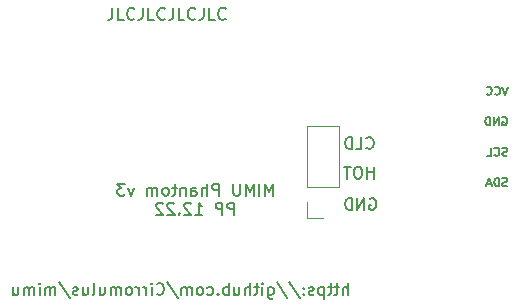
<source format=gbr>
G04 #@! TF.GenerationSoftware,KiCad,Pcbnew,6.0.7-f9a2dced07~116~ubuntu20.04.1*
G04 #@! TF.CreationDate,2022-12-22T17:17:51+01:00*
G04 #@! TF.ProjectId,mimu_phantom,6d696d75-5f70-4686-916e-746f6d2e6b69,rev?*
G04 #@! TF.SameCoordinates,Original*
G04 #@! TF.FileFunction,Legend,Bot*
G04 #@! TF.FilePolarity,Positive*
%FSLAX46Y46*%
G04 Gerber Fmt 4.6, Leading zero omitted, Abs format (unit mm)*
G04 Created by KiCad (PCBNEW 6.0.7-f9a2dced07~116~ubuntu20.04.1) date 2022-12-22 17:17:51*
%MOMM*%
%LPD*%
G01*
G04 APERTURE LIST*
%ADD10C,0.200000*%
%ADD11C,0.150000*%
%ADD12C,0.120000*%
G04 APERTURE END LIST*
D10*
X131361904Y-90700000D02*
X131457142Y-90652380D01*
X131600000Y-90652380D01*
X131742857Y-90700000D01*
X131838095Y-90795238D01*
X131885714Y-90890476D01*
X131933333Y-91080952D01*
X131933333Y-91223809D01*
X131885714Y-91414285D01*
X131838095Y-91509523D01*
X131742857Y-91604761D01*
X131600000Y-91652380D01*
X131504761Y-91652380D01*
X131361904Y-91604761D01*
X131314285Y-91557142D01*
X131314285Y-91223809D01*
X131504761Y-91223809D01*
X130885714Y-91652380D02*
X130885714Y-90652380D01*
X130314285Y-91652380D01*
X130314285Y-90652380D01*
X129838095Y-91652380D02*
X129838095Y-90652380D01*
X129600000Y-90652380D01*
X129457142Y-90700000D01*
X129361904Y-90795238D01*
X129314285Y-90890476D01*
X129266666Y-91080952D01*
X129266666Y-91223809D01*
X129314285Y-91414285D01*
X129361904Y-91509523D01*
X129457142Y-91604761D01*
X129600000Y-91652380D01*
X129838095Y-91652380D01*
X131695238Y-89002380D02*
X131695238Y-88002380D01*
X131695238Y-88478571D02*
X131123809Y-88478571D01*
X131123809Y-89002380D02*
X131123809Y-88002380D01*
X130457142Y-88002380D02*
X130266666Y-88002380D01*
X130171428Y-88050000D01*
X130076190Y-88145238D01*
X130028571Y-88335714D01*
X130028571Y-88669047D01*
X130076190Y-88859523D01*
X130171428Y-88954761D01*
X130266666Y-89002380D01*
X130457142Y-89002380D01*
X130552381Y-88954761D01*
X130647619Y-88859523D01*
X130695238Y-88669047D01*
X130695238Y-88335714D01*
X130647619Y-88145238D01*
X130552381Y-88050000D01*
X130457142Y-88002380D01*
X129742857Y-88002380D02*
X129171428Y-88002380D01*
X129457142Y-89002380D02*
X129457142Y-88002380D01*
X131076191Y-86407142D02*
X131123810Y-86454761D01*
X131266667Y-86502380D01*
X131361905Y-86502380D01*
X131504762Y-86454761D01*
X131600000Y-86359523D01*
X131647619Y-86264285D01*
X131695238Y-86073809D01*
X131695238Y-85930952D01*
X131647619Y-85740476D01*
X131600000Y-85645238D01*
X131504762Y-85550000D01*
X131361905Y-85502380D01*
X131266667Y-85502380D01*
X131123810Y-85550000D01*
X131076191Y-85597619D01*
X130171429Y-86502380D02*
X130647619Y-86502380D01*
X130647619Y-85502380D01*
X129838095Y-86502380D02*
X129838095Y-85502380D01*
X129600000Y-85502380D01*
X129457143Y-85550000D01*
X129361905Y-85645238D01*
X129314286Y-85740476D01*
X129266667Y-85930952D01*
X129266667Y-86073809D01*
X129314286Y-86264285D01*
X129361905Y-86359523D01*
X129457143Y-86454761D01*
X129600000Y-86502380D01*
X129838095Y-86502380D01*
D11*
X143000000Y-89633333D02*
X142900000Y-89666666D01*
X142733333Y-89666666D01*
X142666666Y-89633333D01*
X142633333Y-89600000D01*
X142600000Y-89533333D01*
X142600000Y-89466666D01*
X142633333Y-89400000D01*
X142666666Y-89366666D01*
X142733333Y-89333333D01*
X142866666Y-89300000D01*
X142933333Y-89266666D01*
X142966666Y-89233333D01*
X143000000Y-89166666D01*
X143000000Y-89100000D01*
X142966666Y-89033333D01*
X142933333Y-89000000D01*
X142866666Y-88966666D01*
X142700000Y-88966666D01*
X142600000Y-89000000D01*
X142300000Y-89666666D02*
X142300000Y-88966666D01*
X142133333Y-88966666D01*
X142033333Y-89000000D01*
X141966666Y-89066666D01*
X141933333Y-89133333D01*
X141900000Y-89266666D01*
X141900000Y-89366666D01*
X141933333Y-89500000D01*
X141966666Y-89566666D01*
X142033333Y-89633333D01*
X142133333Y-89666666D01*
X142300000Y-89666666D01*
X141633333Y-89466666D02*
X141300000Y-89466666D01*
X141700000Y-89666666D02*
X141466666Y-88966666D01*
X141233333Y-89666666D01*
X143066666Y-81216666D02*
X142833333Y-81916666D01*
X142599999Y-81216666D01*
X141966666Y-81850000D02*
X141999999Y-81883333D01*
X142099999Y-81916666D01*
X142166666Y-81916666D01*
X142266666Y-81883333D01*
X142333333Y-81816666D01*
X142366666Y-81750000D01*
X142399999Y-81616666D01*
X142399999Y-81516666D01*
X142366666Y-81383333D01*
X142333333Y-81316666D01*
X142266666Y-81250000D01*
X142166666Y-81216666D01*
X142099999Y-81216666D01*
X141999999Y-81250000D01*
X141966666Y-81283333D01*
X141266666Y-81850000D02*
X141299999Y-81883333D01*
X141399999Y-81916666D01*
X141466666Y-81916666D01*
X141566666Y-81883333D01*
X141633333Y-81816666D01*
X141666666Y-81750000D01*
X141699999Y-81616666D01*
X141699999Y-81516666D01*
X141666666Y-81383333D01*
X141633333Y-81316666D01*
X141566666Y-81250000D01*
X141466666Y-81216666D01*
X141399999Y-81216666D01*
X141299999Y-81250000D01*
X141266666Y-81283333D01*
X142600000Y-83833333D02*
X142666667Y-83799999D01*
X142766667Y-83799999D01*
X142866667Y-83833333D01*
X142933333Y-83899999D01*
X142966667Y-83966666D01*
X143000000Y-84099999D01*
X143000000Y-84199999D01*
X142966667Y-84333333D01*
X142933333Y-84399999D01*
X142866667Y-84466666D01*
X142766667Y-84499999D01*
X142700000Y-84499999D01*
X142600000Y-84466666D01*
X142566667Y-84433333D01*
X142566667Y-84199999D01*
X142700000Y-84199999D01*
X142266667Y-84499999D02*
X142266667Y-83799999D01*
X141866667Y-84499999D01*
X141866667Y-83799999D01*
X141533333Y-84499999D02*
X141533333Y-83799999D01*
X141366667Y-83799999D01*
X141266667Y-83833333D01*
X141200000Y-83899999D01*
X141166667Y-83966666D01*
X141133333Y-84099999D01*
X141133333Y-84199999D01*
X141166667Y-84333333D01*
X141200000Y-84399999D01*
X141266667Y-84466666D01*
X141366667Y-84499999D01*
X141533333Y-84499999D01*
X143000000Y-87049999D02*
X142900000Y-87083332D01*
X142733333Y-87083332D01*
X142666667Y-87049999D01*
X142633333Y-87016666D01*
X142600000Y-86949999D01*
X142600000Y-86883332D01*
X142633333Y-86816666D01*
X142666667Y-86783332D01*
X142733333Y-86749999D01*
X142866667Y-86716666D01*
X142933333Y-86683332D01*
X142966667Y-86649999D01*
X143000000Y-86583332D01*
X143000000Y-86516666D01*
X142966667Y-86449999D01*
X142933333Y-86416666D01*
X142866667Y-86383332D01*
X142700000Y-86383332D01*
X142600000Y-86416666D01*
X141900000Y-87016666D02*
X141933333Y-87049999D01*
X142033333Y-87083332D01*
X142100000Y-87083332D01*
X142200000Y-87049999D01*
X142266667Y-86983332D01*
X142300000Y-86916666D01*
X142333333Y-86783332D01*
X142333333Y-86683332D01*
X142300000Y-86549999D01*
X142266667Y-86483332D01*
X142200000Y-86416666D01*
X142100000Y-86383332D01*
X142033333Y-86383332D01*
X141933333Y-86416666D01*
X141900000Y-86449999D01*
X141266667Y-87083332D02*
X141600000Y-87083332D01*
X141600000Y-86383332D01*
X123147619Y-90447380D02*
X123147619Y-89447380D01*
X122814285Y-90161666D01*
X122480952Y-89447380D01*
X122480952Y-90447380D01*
X122004761Y-90447380D02*
X122004761Y-89447380D01*
X121528571Y-90447380D02*
X121528571Y-89447380D01*
X121195238Y-90161666D01*
X120861904Y-89447380D01*
X120861904Y-90447380D01*
X120385714Y-89447380D02*
X120385714Y-90256904D01*
X120338095Y-90352142D01*
X120290476Y-90399761D01*
X120195238Y-90447380D01*
X120004761Y-90447380D01*
X119909523Y-90399761D01*
X119861904Y-90352142D01*
X119814285Y-90256904D01*
X119814285Y-89447380D01*
X118576190Y-90447380D02*
X118576190Y-89447380D01*
X118195238Y-89447380D01*
X118100000Y-89495000D01*
X118052380Y-89542619D01*
X118004761Y-89637857D01*
X118004761Y-89780714D01*
X118052380Y-89875952D01*
X118100000Y-89923571D01*
X118195238Y-89971190D01*
X118576190Y-89971190D01*
X117576190Y-90447380D02*
X117576190Y-89447380D01*
X117147619Y-90447380D02*
X117147619Y-89923571D01*
X117195238Y-89828333D01*
X117290476Y-89780714D01*
X117433333Y-89780714D01*
X117528571Y-89828333D01*
X117576190Y-89875952D01*
X116242857Y-90447380D02*
X116242857Y-89923571D01*
X116290476Y-89828333D01*
X116385714Y-89780714D01*
X116576190Y-89780714D01*
X116671428Y-89828333D01*
X116242857Y-90399761D02*
X116338095Y-90447380D01*
X116576190Y-90447380D01*
X116671428Y-90399761D01*
X116719047Y-90304523D01*
X116719047Y-90209285D01*
X116671428Y-90114047D01*
X116576190Y-90066428D01*
X116338095Y-90066428D01*
X116242857Y-90018809D01*
X115766666Y-89780714D02*
X115766666Y-90447380D01*
X115766666Y-89875952D02*
X115719047Y-89828333D01*
X115623809Y-89780714D01*
X115480952Y-89780714D01*
X115385714Y-89828333D01*
X115338095Y-89923571D01*
X115338095Y-90447380D01*
X115004761Y-89780714D02*
X114623809Y-89780714D01*
X114861904Y-89447380D02*
X114861904Y-90304523D01*
X114814285Y-90399761D01*
X114719047Y-90447380D01*
X114623809Y-90447380D01*
X114147619Y-90447380D02*
X114242857Y-90399761D01*
X114290476Y-90352142D01*
X114338095Y-90256904D01*
X114338095Y-89971190D01*
X114290476Y-89875952D01*
X114242857Y-89828333D01*
X114147619Y-89780714D01*
X114004761Y-89780714D01*
X113909523Y-89828333D01*
X113861904Y-89875952D01*
X113814285Y-89971190D01*
X113814285Y-90256904D01*
X113861904Y-90352142D01*
X113909523Y-90399761D01*
X114004761Y-90447380D01*
X114147619Y-90447380D01*
X113385714Y-90447380D02*
X113385714Y-89780714D01*
X113385714Y-89875952D02*
X113338095Y-89828333D01*
X113242857Y-89780714D01*
X113100000Y-89780714D01*
X113004761Y-89828333D01*
X112957142Y-89923571D01*
X112957142Y-90447380D01*
X112957142Y-89923571D02*
X112909523Y-89828333D01*
X112814285Y-89780714D01*
X112671428Y-89780714D01*
X112576190Y-89828333D01*
X112528571Y-89923571D01*
X112528571Y-90447380D01*
X111385714Y-89780714D02*
X111147619Y-90447380D01*
X110909523Y-89780714D01*
X110623809Y-89447380D02*
X110004761Y-89447380D01*
X110338095Y-89828333D01*
X110195238Y-89828333D01*
X110100000Y-89875952D01*
X110052380Y-89923571D01*
X110004761Y-90018809D01*
X110004761Y-90256904D01*
X110052380Y-90352142D01*
X110100000Y-90399761D01*
X110195238Y-90447380D01*
X110480952Y-90447380D01*
X110576190Y-90399761D01*
X110623809Y-90352142D01*
X119885714Y-92057380D02*
X119885714Y-91057380D01*
X119504761Y-91057380D01*
X119409523Y-91105000D01*
X119361904Y-91152619D01*
X119314285Y-91247857D01*
X119314285Y-91390714D01*
X119361904Y-91485952D01*
X119409523Y-91533571D01*
X119504761Y-91581190D01*
X119885714Y-91581190D01*
X118885714Y-92057380D02*
X118885714Y-91057380D01*
X118504761Y-91057380D01*
X118409523Y-91105000D01*
X118361904Y-91152619D01*
X118314285Y-91247857D01*
X118314285Y-91390714D01*
X118361904Y-91485952D01*
X118409523Y-91533571D01*
X118504761Y-91581190D01*
X118885714Y-91581190D01*
X116600000Y-92057380D02*
X117171428Y-92057380D01*
X116885714Y-92057380D02*
X116885714Y-91057380D01*
X116980952Y-91200238D01*
X117076190Y-91295476D01*
X117171428Y-91343095D01*
X116219047Y-91152619D02*
X116171428Y-91105000D01*
X116076190Y-91057380D01*
X115838095Y-91057380D01*
X115742857Y-91105000D01*
X115695238Y-91152619D01*
X115647619Y-91247857D01*
X115647619Y-91343095D01*
X115695238Y-91485952D01*
X116266666Y-92057380D01*
X115647619Y-92057380D01*
X115219047Y-91962142D02*
X115171428Y-92009761D01*
X115219047Y-92057380D01*
X115266666Y-92009761D01*
X115219047Y-91962142D01*
X115219047Y-92057380D01*
X114790476Y-91152619D02*
X114742857Y-91105000D01*
X114647619Y-91057380D01*
X114409523Y-91057380D01*
X114314285Y-91105000D01*
X114266666Y-91152619D01*
X114219047Y-91247857D01*
X114219047Y-91343095D01*
X114266666Y-91485952D01*
X114838095Y-92057380D01*
X114219047Y-92057380D01*
X113838095Y-91152619D02*
X113790476Y-91105000D01*
X113695238Y-91057380D01*
X113457142Y-91057380D01*
X113361904Y-91105000D01*
X113314285Y-91152619D01*
X113266666Y-91247857D01*
X113266666Y-91343095D01*
X113314285Y-91485952D01*
X113885714Y-92057380D01*
X113266666Y-92057380D01*
X129516666Y-98852380D02*
X129516666Y-97852380D01*
X129088095Y-98852380D02*
X129088095Y-98328571D01*
X129135714Y-98233333D01*
X129230952Y-98185714D01*
X129373809Y-98185714D01*
X129469047Y-98233333D01*
X129516666Y-98280952D01*
X128754761Y-98185714D02*
X128373809Y-98185714D01*
X128611904Y-97852380D02*
X128611904Y-98709523D01*
X128564285Y-98804761D01*
X128469047Y-98852380D01*
X128373809Y-98852380D01*
X128183333Y-98185714D02*
X127802380Y-98185714D01*
X128040476Y-97852380D02*
X128040476Y-98709523D01*
X127992857Y-98804761D01*
X127897619Y-98852380D01*
X127802380Y-98852380D01*
X127469047Y-98185714D02*
X127469047Y-99185714D01*
X127469047Y-98233333D02*
X127373809Y-98185714D01*
X127183333Y-98185714D01*
X127088095Y-98233333D01*
X127040476Y-98280952D01*
X126992857Y-98376190D01*
X126992857Y-98661904D01*
X127040476Y-98757142D01*
X127088095Y-98804761D01*
X127183333Y-98852380D01*
X127373809Y-98852380D01*
X127469047Y-98804761D01*
X126611904Y-98804761D02*
X126516666Y-98852380D01*
X126326190Y-98852380D01*
X126230952Y-98804761D01*
X126183333Y-98709523D01*
X126183333Y-98661904D01*
X126230952Y-98566666D01*
X126326190Y-98519047D01*
X126469047Y-98519047D01*
X126564285Y-98471428D01*
X126611904Y-98376190D01*
X126611904Y-98328571D01*
X126564285Y-98233333D01*
X126469047Y-98185714D01*
X126326190Y-98185714D01*
X126230952Y-98233333D01*
X125754761Y-98757142D02*
X125707142Y-98804761D01*
X125754761Y-98852380D01*
X125802380Y-98804761D01*
X125754761Y-98757142D01*
X125754761Y-98852380D01*
X125754761Y-98233333D02*
X125707142Y-98280952D01*
X125754761Y-98328571D01*
X125802380Y-98280952D01*
X125754761Y-98233333D01*
X125754761Y-98328571D01*
X124564285Y-97804761D02*
X125421428Y-99090476D01*
X123516666Y-97804761D02*
X124373809Y-99090476D01*
X122754761Y-98185714D02*
X122754761Y-98995238D01*
X122802380Y-99090476D01*
X122850000Y-99138095D01*
X122945238Y-99185714D01*
X123088095Y-99185714D01*
X123183333Y-99138095D01*
X122754761Y-98804761D02*
X122850000Y-98852380D01*
X123040476Y-98852380D01*
X123135714Y-98804761D01*
X123183333Y-98757142D01*
X123230952Y-98661904D01*
X123230952Y-98376190D01*
X123183333Y-98280952D01*
X123135714Y-98233333D01*
X123040476Y-98185714D01*
X122850000Y-98185714D01*
X122754761Y-98233333D01*
X122278571Y-98852380D02*
X122278571Y-98185714D01*
X122278571Y-97852380D02*
X122326190Y-97900000D01*
X122278571Y-97947619D01*
X122230952Y-97900000D01*
X122278571Y-97852380D01*
X122278571Y-97947619D01*
X121945238Y-98185714D02*
X121564285Y-98185714D01*
X121802380Y-97852380D02*
X121802380Y-98709523D01*
X121754761Y-98804761D01*
X121659523Y-98852380D01*
X121564285Y-98852380D01*
X121230952Y-98852380D02*
X121230952Y-97852380D01*
X120802380Y-98852380D02*
X120802380Y-98328571D01*
X120850000Y-98233333D01*
X120945238Y-98185714D01*
X121088095Y-98185714D01*
X121183333Y-98233333D01*
X121230952Y-98280952D01*
X119897619Y-98185714D02*
X119897619Y-98852380D01*
X120326190Y-98185714D02*
X120326190Y-98709523D01*
X120278571Y-98804761D01*
X120183333Y-98852380D01*
X120040476Y-98852380D01*
X119945238Y-98804761D01*
X119897619Y-98757142D01*
X119421428Y-98852380D02*
X119421428Y-97852380D01*
X119421428Y-98233333D02*
X119326190Y-98185714D01*
X119135714Y-98185714D01*
X119040476Y-98233333D01*
X118992857Y-98280952D01*
X118945238Y-98376190D01*
X118945238Y-98661904D01*
X118992857Y-98757142D01*
X119040476Y-98804761D01*
X119135714Y-98852380D01*
X119326190Y-98852380D01*
X119421428Y-98804761D01*
X118516666Y-98757142D02*
X118469047Y-98804761D01*
X118516666Y-98852380D01*
X118564285Y-98804761D01*
X118516666Y-98757142D01*
X118516666Y-98852380D01*
X117611904Y-98804761D02*
X117707142Y-98852380D01*
X117897619Y-98852380D01*
X117992857Y-98804761D01*
X118040476Y-98757142D01*
X118088095Y-98661904D01*
X118088095Y-98376190D01*
X118040476Y-98280952D01*
X117992857Y-98233333D01*
X117897619Y-98185714D01*
X117707142Y-98185714D01*
X117611904Y-98233333D01*
X117040476Y-98852380D02*
X117135714Y-98804761D01*
X117183333Y-98757142D01*
X117230952Y-98661904D01*
X117230952Y-98376190D01*
X117183333Y-98280952D01*
X117135714Y-98233333D01*
X117040476Y-98185714D01*
X116897619Y-98185714D01*
X116802380Y-98233333D01*
X116754761Y-98280952D01*
X116707142Y-98376190D01*
X116707142Y-98661904D01*
X116754761Y-98757142D01*
X116802380Y-98804761D01*
X116897619Y-98852380D01*
X117040476Y-98852380D01*
X116278571Y-98852380D02*
X116278571Y-98185714D01*
X116278571Y-98280952D02*
X116230952Y-98233333D01*
X116135714Y-98185714D01*
X115992857Y-98185714D01*
X115897619Y-98233333D01*
X115850000Y-98328571D01*
X115850000Y-98852380D01*
X115850000Y-98328571D02*
X115802380Y-98233333D01*
X115707142Y-98185714D01*
X115564285Y-98185714D01*
X115469047Y-98233333D01*
X115421428Y-98328571D01*
X115421428Y-98852380D01*
X114230952Y-97804761D02*
X115088095Y-99090476D01*
X113326190Y-98757142D02*
X113373809Y-98804761D01*
X113516666Y-98852380D01*
X113611904Y-98852380D01*
X113754761Y-98804761D01*
X113850000Y-98709523D01*
X113897619Y-98614285D01*
X113945238Y-98423809D01*
X113945238Y-98280952D01*
X113897619Y-98090476D01*
X113850000Y-97995238D01*
X113754761Y-97900000D01*
X113611904Y-97852380D01*
X113516666Y-97852380D01*
X113373809Y-97900000D01*
X113326190Y-97947619D01*
X112897619Y-98852380D02*
X112897619Y-98185714D01*
X112897619Y-97852380D02*
X112945238Y-97900000D01*
X112897619Y-97947619D01*
X112850000Y-97900000D01*
X112897619Y-97852380D01*
X112897619Y-97947619D01*
X112421428Y-98852380D02*
X112421428Y-98185714D01*
X112421428Y-98376190D02*
X112373809Y-98280952D01*
X112326190Y-98233333D01*
X112230952Y-98185714D01*
X112135714Y-98185714D01*
X111802380Y-98852380D02*
X111802380Y-98185714D01*
X111802380Y-98376190D02*
X111754761Y-98280952D01*
X111707142Y-98233333D01*
X111611904Y-98185714D01*
X111516666Y-98185714D01*
X111040476Y-98852380D02*
X111135714Y-98804761D01*
X111183333Y-98757142D01*
X111230952Y-98661904D01*
X111230952Y-98376190D01*
X111183333Y-98280952D01*
X111135714Y-98233333D01*
X111040476Y-98185714D01*
X110897619Y-98185714D01*
X110802380Y-98233333D01*
X110754761Y-98280952D01*
X110707142Y-98376190D01*
X110707142Y-98661904D01*
X110754761Y-98757142D01*
X110802380Y-98804761D01*
X110897619Y-98852380D01*
X111040476Y-98852380D01*
X110278571Y-98852380D02*
X110278571Y-98185714D01*
X110278571Y-98280952D02*
X110230952Y-98233333D01*
X110135714Y-98185714D01*
X109992857Y-98185714D01*
X109897619Y-98233333D01*
X109850000Y-98328571D01*
X109850000Y-98852380D01*
X109850000Y-98328571D02*
X109802380Y-98233333D01*
X109707142Y-98185714D01*
X109564285Y-98185714D01*
X109469047Y-98233333D01*
X109421428Y-98328571D01*
X109421428Y-98852380D01*
X108516666Y-98185714D02*
X108516666Y-98852380D01*
X108945238Y-98185714D02*
X108945238Y-98709523D01*
X108897619Y-98804761D01*
X108802380Y-98852380D01*
X108659523Y-98852380D01*
X108564285Y-98804761D01*
X108516666Y-98757142D01*
X107897619Y-98852380D02*
X107992857Y-98804761D01*
X108040476Y-98709523D01*
X108040476Y-97852380D01*
X107088095Y-98185714D02*
X107088095Y-98852380D01*
X107516666Y-98185714D02*
X107516666Y-98709523D01*
X107469047Y-98804761D01*
X107373809Y-98852380D01*
X107230952Y-98852380D01*
X107135714Y-98804761D01*
X107088095Y-98757142D01*
X106659523Y-98804761D02*
X106564285Y-98852380D01*
X106373809Y-98852380D01*
X106278571Y-98804761D01*
X106230952Y-98709523D01*
X106230952Y-98661904D01*
X106278571Y-98566666D01*
X106373809Y-98519047D01*
X106516666Y-98519047D01*
X106611904Y-98471428D01*
X106659523Y-98376190D01*
X106659523Y-98328571D01*
X106611904Y-98233333D01*
X106516666Y-98185714D01*
X106373809Y-98185714D01*
X106278571Y-98233333D01*
X105088095Y-97804761D02*
X105945238Y-99090476D01*
X104754761Y-98852380D02*
X104754761Y-98185714D01*
X104754761Y-98280952D02*
X104707142Y-98233333D01*
X104611904Y-98185714D01*
X104469047Y-98185714D01*
X104373809Y-98233333D01*
X104326190Y-98328571D01*
X104326190Y-98852380D01*
X104326190Y-98328571D02*
X104278571Y-98233333D01*
X104183333Y-98185714D01*
X104040476Y-98185714D01*
X103945238Y-98233333D01*
X103897619Y-98328571D01*
X103897619Y-98852380D01*
X103421428Y-98852380D02*
X103421428Y-98185714D01*
X103421428Y-97852380D02*
X103469047Y-97900000D01*
X103421428Y-97947619D01*
X103373809Y-97900000D01*
X103421428Y-97852380D01*
X103421428Y-97947619D01*
X102945238Y-98852380D02*
X102945238Y-98185714D01*
X102945238Y-98280952D02*
X102897619Y-98233333D01*
X102802380Y-98185714D01*
X102659523Y-98185714D01*
X102564285Y-98233333D01*
X102516666Y-98328571D01*
X102516666Y-98852380D01*
X102516666Y-98328571D02*
X102469047Y-98233333D01*
X102373809Y-98185714D01*
X102230952Y-98185714D01*
X102135714Y-98233333D01*
X102088095Y-98328571D01*
X102088095Y-98852380D01*
X101183333Y-98185714D02*
X101183333Y-98852380D01*
X101611904Y-98185714D02*
X101611904Y-98709523D01*
X101564285Y-98804761D01*
X101469047Y-98852380D01*
X101326190Y-98852380D01*
X101230952Y-98804761D01*
X101183333Y-98757142D01*
X109580952Y-74552380D02*
X109580952Y-75266666D01*
X109533333Y-75409523D01*
X109438095Y-75504761D01*
X109295238Y-75552380D01*
X109200000Y-75552380D01*
X110533333Y-75552380D02*
X110057142Y-75552380D01*
X110057142Y-74552380D01*
X111438095Y-75457142D02*
X111390476Y-75504761D01*
X111247619Y-75552380D01*
X111152380Y-75552380D01*
X111009523Y-75504761D01*
X110914285Y-75409523D01*
X110866666Y-75314285D01*
X110819047Y-75123809D01*
X110819047Y-74980952D01*
X110866666Y-74790476D01*
X110914285Y-74695238D01*
X111009523Y-74600000D01*
X111152380Y-74552380D01*
X111247619Y-74552380D01*
X111390476Y-74600000D01*
X111438095Y-74647619D01*
X112152380Y-74552380D02*
X112152380Y-75266666D01*
X112104761Y-75409523D01*
X112009523Y-75504761D01*
X111866666Y-75552380D01*
X111771428Y-75552380D01*
X113104761Y-75552380D02*
X112628571Y-75552380D01*
X112628571Y-74552380D01*
X114009523Y-75457142D02*
X113961904Y-75504761D01*
X113819047Y-75552380D01*
X113723809Y-75552380D01*
X113580952Y-75504761D01*
X113485714Y-75409523D01*
X113438095Y-75314285D01*
X113390476Y-75123809D01*
X113390476Y-74980952D01*
X113438095Y-74790476D01*
X113485714Y-74695238D01*
X113580952Y-74600000D01*
X113723809Y-74552380D01*
X113819047Y-74552380D01*
X113961904Y-74600000D01*
X114009523Y-74647619D01*
X114723809Y-74552380D02*
X114723809Y-75266666D01*
X114676190Y-75409523D01*
X114580952Y-75504761D01*
X114438095Y-75552380D01*
X114342857Y-75552380D01*
X115676190Y-75552380D02*
X115200000Y-75552380D01*
X115200000Y-74552380D01*
X116580952Y-75457142D02*
X116533333Y-75504761D01*
X116390476Y-75552380D01*
X116295238Y-75552380D01*
X116152380Y-75504761D01*
X116057142Y-75409523D01*
X116009523Y-75314285D01*
X115961904Y-75123809D01*
X115961904Y-74980952D01*
X116009523Y-74790476D01*
X116057142Y-74695238D01*
X116152380Y-74600000D01*
X116295238Y-74552380D01*
X116390476Y-74552380D01*
X116533333Y-74600000D01*
X116580952Y-74647619D01*
X117295238Y-74552380D02*
X117295238Y-75266666D01*
X117247619Y-75409523D01*
X117152380Y-75504761D01*
X117009523Y-75552380D01*
X116914285Y-75552380D01*
X118247619Y-75552380D02*
X117771428Y-75552380D01*
X117771428Y-74552380D01*
X119152380Y-75457142D02*
X119104761Y-75504761D01*
X118961904Y-75552380D01*
X118866666Y-75552380D01*
X118723809Y-75504761D01*
X118628571Y-75409523D01*
X118580952Y-75314285D01*
X118533333Y-75123809D01*
X118533333Y-74980952D01*
X118580952Y-74790476D01*
X118628571Y-74695238D01*
X118723809Y-74600000D01*
X118866666Y-74552380D01*
X118961904Y-74552380D01*
X119104761Y-74600000D01*
X119152380Y-74647619D01*
D12*
X126070000Y-91000000D02*
X126070000Y-92330000D01*
X126070000Y-92330000D02*
X127400000Y-92330000D01*
X126070000Y-84590000D02*
X128730000Y-84590000D01*
X126070000Y-89730000D02*
X126070000Y-84590000D01*
X128730000Y-89730000D02*
X128730000Y-84590000D01*
X126070000Y-89730000D02*
X128730000Y-89730000D01*
M02*

</source>
